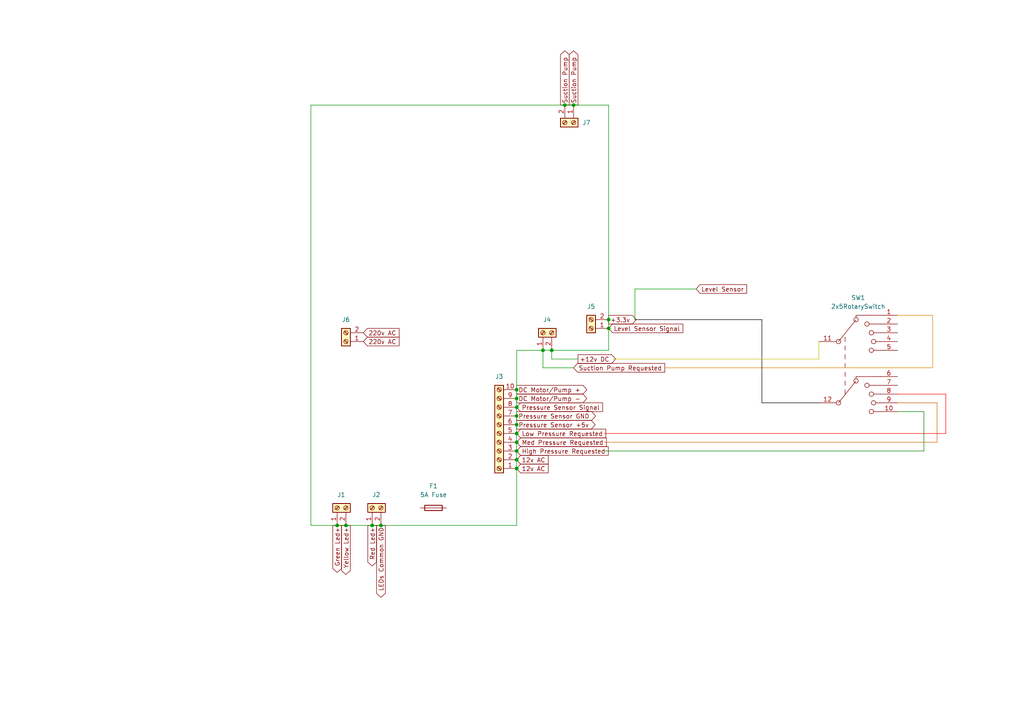
<source format=kicad_sch>
(kicad_sch (version 20211123) (generator eeschema)
  (paper "A4")
  (lib_symbols
    (symbol "2x5RotarySwitch:2x5RotarySwitch"
      (property "Reference" "SW" (at 0 20.32 0))
      (property "Value" "2x5RotarySwitch" (at 0 17.78 0))
      (symbol "2x5RotarySwitch_0_0"
        (circle (center -8.255 -11.43) (radius 0.635))
        (circle (center -8.255 6.35) (radius 0.635))
        (circle (center -3.175 -5.08) (radius 0.635))
        (circle (center -3.175 12.7) (radius 0.635))
        (circle (center 0 -6.35) (radius 0.635))
        (polyline (pts (xy -8.255 -11.43) (xy -3.175 -5.08)))
        (polyline (pts (xy -8.255 6.35) (xy -3.175 12.7)))
        (polyline (pts (xy -6.35 -8.89) (xy -6.35 -7.62)))
        (polyline (pts (xy -6.35 -6.35) (xy -6.35 -5.08)))
        (polyline (pts (xy -6.35 -3.81) (xy -6.35 -2.54)))
        (polyline (pts (xy -6.35 -1.27) (xy -6.35 0)))
        (polyline (pts (xy -6.35 1.27) (xy -6.35 2.54)))
        (polyline (pts (xy -6.35 3.81) (xy -6.35 5.08)))
        (polyline (pts (xy -6.35 6.35) (xy -6.35 7.62)))
        (polyline (pts (xy 0.635 -6.35) (xy 3.81 -6.35)))
        (polyline (pts (xy 0.635 11.43) (xy 3.81 11.43)))
        (polyline (pts (xy 1.905 -13.97) (xy 3.81 -13.97)))
        (polyline (pts (xy 1.905 -8.89) (xy 3.81 -8.89)))
        (polyline (pts (xy 1.905 3.81) (xy 3.81 3.81)))
        (polyline (pts (xy 1.905 8.89) (xy 3.81 8.89)))
        (polyline (pts (xy 2.54 -11.43) (xy 3.81 -11.43)))
        (polyline (pts (xy 2.54 6.35) (xy 3.81 6.35)))
        (polyline (pts (xy -3.175 -4.445) (xy -3.175 -3.81) (xy 3.81 -3.81)))
        (polyline (pts (xy -3.175 13.335) (xy -3.175 13.97) (xy 3.81 13.97)))
        (circle (center 0 11.43) (radius 0.635))
        (circle (center 1.27 -13.97) (radius 0.635))
        (circle (center 1.27 -8.89) (radius 0.635))
        (circle (center 1.27 3.81) (radius 0.635))
        (circle (center 1.27 8.89) (radius 0.635))
        (circle (center 1.905 -11.43) (radius 0.635))
        (circle (center 1.905 6.35) (radius 0.635))
      )
      (symbol "2x5RotarySwitch_0_1"
        (pin passive line (at 8.89 13.97 180) (length 5.08) (name "") (number "1"))
        (pin passive line (at 8.89 -13.97 180) (length 5.08) (name "") (number "10"))
        (pin passive line (at -13.97 6.35 0) (length 5.08) (name "") (number "11"))
        (pin passive line (at -13.97 -11.43 0) (length 5.08) (name "") (number "12"))
        (pin passive line (at 8.89 11.43 180) (length 5.08) (name "") (number "2"))
        (pin passive line (at 8.89 8.89 180) (length 5.08) (name "") (number "3"))
        (pin passive line (at 8.89 6.35 180) (length 5.08) (name "") (number "4"))
        (pin passive line (at 8.89 3.81 180) (length 5.08) (name "") (number "5"))
        (pin passive line (at 8.89 -3.81 180) (length 5.08) (name "") (number "6"))
        (pin passive line (at 8.89 -6.35 180) (length 5.08) (name "") (number "7"))
        (pin passive line (at 8.89 -8.89 180) (length 5.08) (name "") (number "8"))
        (pin passive line (at 8.89 -11.43 180) (length 5.08) (name "") (number "9"))
      )
    )
    (symbol "Connector:Screw_Terminal_01x02" (pin_names (offset 1.016) hide)
      (property "Reference" "J" (at 0 2.54 0))
      (property "Value" "Screw_Terminal_01x02" (at 0 -5.08 0))
      (symbol "Screw_Terminal_01x02_1_1"
        (rectangle (start -1.27 1.27) (end 1.27 -3.81) (stroke (width 0.254)) (fill (type background)))
        (circle (center 0 -2.54) (radius 0.635) (stroke (width 0.1524)))
        (polyline (pts (xy -0.5334 -2.2098) (xy 0.3302 -3.048)) (stroke (width 0.1524)))
        (polyline (pts (xy -0.5334 0.3302) (xy 0.3302 -0.508)) (stroke (width 0.1524)))
        (polyline (pts (xy -0.3556 -2.032) (xy 0.508 -2.8702)) (stroke (width 0.1524)))
        (polyline (pts (xy -0.3556 0.508) (xy 0.508 -0.3302)) (stroke (width 0.1524)))
        (circle (center 0 0) (radius 0.635) (stroke (width 0.1524)))
        (pin passive line (at -5.08 0 0) (length 3.81) (name "Pin_1") (number "1"))
        (pin passive line (at -5.08 -2.54 0) (length 3.81) (name "Pin_2") (number "2"))
      )
    )
    (symbol "Connector:Screw_Terminal_01x10" (pin_names (offset 1.016) hide)
      (property "Reference" "J" (at 0 12.7 0))
      (property "Value" "Screw_Terminal_01x10" (at 0 -15.24 0))
      (symbol "Screw_Terminal_01x10_1_1"
        (rectangle (start -1.27 11.43) (end 1.27 -13.97) (stroke (width 0.254)) (fill (type background)))
        (circle (center 0 -12.7) (radius 0.635) (stroke (width 0.1524)))
        (circle (center 0 -10.16) (radius 0.635) (stroke (width 0.1524)))
        (circle (center 0 -7.62) (radius 0.635) (stroke (width 0.1524)))
        (circle (center 0 -5.08) (radius 0.635) (stroke (width 0.1524)))
        (circle (center 0 -2.54) (radius 0.635) (stroke (width 0.1524)))
        (polyline (pts (xy -0.5334 -12.3698) (xy 0.3302 -13.208)) (stroke (width 0.1524)))
        (polyline (pts (xy -0.5334 -9.8298) (xy 0.3302 -10.668)) (stroke (width 0.1524)))
        (polyline (pts (xy -0.5334 -7.2898) (xy 0.3302 -8.128)) (stroke (width 0.1524)))
        (polyline (pts (xy -0.5334 -4.7498) (xy 0.3302 -5.588)) (stroke (width 0.1524)))
        (polyline (pts (xy -0.5334 -2.2098) (xy 0.3302 -3.048)) (stroke (width 0.1524)))
        (polyline (pts (xy -0.5334 0.3302) (xy 0.3302 -0.508)) (stroke (width 0.1524)))
        (polyline (pts (xy -0.5334 2.8702) (xy 0.3302 2.032)) (stroke (width 0.1524)))
        (polyline (pts (xy -0.5334 5.4102) (xy 0.3302 4.572)) (stroke (width 0.1524)))
        (polyline (pts (xy -0.5334 7.9502) (xy 0.3302 7.112)) (stroke (width 0.1524)))
        (polyline (pts (xy -0.5334 10.4902) (xy 0.3302 9.652)) (stroke (width 0.1524)))
        (polyline (pts (xy -0.3556 -12.192) (xy 0.508 -13.0302)) (stroke (width 0.1524)))
        (polyline (pts (xy -0.3556 -9.652) (xy 0.508 -10.4902)) (stroke (width 0.1524)))
        (polyline (pts (xy -0.3556 -7.112) (xy 0.508 -7.9502)) (stroke (width 0.1524)))
        (polyline (pts (xy -0.3556 -4.572) (xy 0.508 -5.4102)) (stroke (width 0.1524)))
        (polyline (pts (xy -0.3556 -2.032) (xy 0.508 -2.8702)) (stroke (width 0.1524)))
        (polyline (pts (xy -0.3556 0.508) (xy 0.508 -0.3302)) (stroke (width 0.1524)))
        (polyline (pts (xy -0.3556 3.048) (xy 0.508 2.2098)) (stroke (width 0.1524)))
        (polyline (pts (xy -0.3556 5.588) (xy 0.508 4.7498)) (stroke (width 0.1524)))
        (polyline (pts (xy -0.3556 8.128) (xy 0.508 7.2898)) (stroke (width 0.1524)))
        (polyline (pts (xy -0.3556 10.668) (xy 0.508 9.8298)) (stroke (width 0.1524)))
        (circle (center 0 0) (radius 0.635) (stroke (width 0.1524)))
        (circle (center 0 2.54) (radius 0.635) (stroke (width 0.1524)))
        (circle (center 0 5.08) (radius 0.635) (stroke (width 0.1524)))
        (circle (center 0 7.62) (radius 0.635) (stroke (width 0.1524)))
        (circle (center 0 10.16) (radius 0.635) (stroke (width 0.1524)))
        (pin passive line (at -5.08 10.16 0) (length 3.81) (name "Pin_1") (number "1"))
        (pin passive line (at -5.08 -12.7 0) (length 3.81) (name "Pin_10") (number "10"))
        (pin passive line (at -5.08 7.62 0) (length 3.81) (name "Pin_2") (number "2"))
        (pin passive line (at -5.08 5.08 0) (length 3.81) (name "Pin_3") (number "3"))
        (pin passive line (at -5.08 2.54 0) (length 3.81) (name "Pin_4") (number "4"))
        (pin passive line (at -5.08 0 0) (length 3.81) (name "Pin_5") (number "5"))
        (pin passive line (at -5.08 -2.54 0) (length 3.81) (name "Pin_6") (number "6"))
        (pin passive line (at -5.08 -5.08 0) (length 3.81) (name "Pin_7") (number "7"))
        (pin passive line (at -5.08 -7.62 0) (length 3.81) (name "Pin_8") (number "8"))
        (pin passive line (at -5.08 -10.16 0) (length 3.81) (name "Pin_9") (number "9"))
      )
    )
    (symbol "Device:Fuse" (pin_numbers hide) (pin_names (offset 0))
      (property "Reference" "F" (at 2.032 0 90))
      (property "Value" "Fuse" (at -1.905 0 90))
      (symbol "Fuse_0_1"
        (rectangle (start -0.762 -2.54) (end 0.762 2.54) (stroke (width 0.254)))
        (polyline (pts (xy 0 2.54) (xy 0 -2.54)))
      )
      (symbol "Fuse_1_1"
        (pin passive line (at 0 3.81 270) (length 1.27) (name "~") (number "1"))
        (pin passive line (at 0 -3.81 90) (length 1.27) (name "~") (number "2"))
      )
    )
  )
  (junction (at 110.49 152.4))
  (junction (at 107.95 152.4))
  (junction (at 149.86 125.73))
  (junction (at 149.86 130.81))
  (junction (at 149.86 118.11))
  (junction (at 149.86 135.89))
  (junction (at 160.02 101.6))
  (junction (at 149.86 123.19))
  (junction (at 97.79 152.4))
  (junction (at 149.86 128.27))
  (junction (at 166.37 30.48))
  (junction (at 176.53 95.25))
  (junction (at 176.53 92.71))
  (junction (at 163.83 30.48))
  (junction (at 100.33 152.4))
  (junction (at 149.86 120.65))
  (junction (at 149.86 115.57))
  (junction (at 157.48 101.6))
  (junction (at 149.86 133.35))
  (junction (at 149.86 113.03))
  (wire (pts (xy 90.17 152.4) (xy 97.79 152.4)))
  (wire (pts (xy 149.86 130.81) (xy 149.86 128.27)))
  (wire (pts (xy 176.53 92.71) (xy 176.53 95.25)))
  (wire (pts (xy 184.15 83.82) (xy 184.15 92.71)))
  (wire (pts (xy 260.35 114.3) (xy 274.32 114.3)) (stroke (width 0) (color 255 0 0 1)))
  (wire (pts (xy 176.53 101.6) (xy 176.53 95.25)))
  (wire (pts (xy 90.17 30.48) (xy 90.17 152.4)))
  (wire (pts (xy 175.26 130.81) (xy 267.97 130.81)) (stroke (width 0) (color 0 132 0 1)))
  (wire (pts (xy 184.15 92.71) (xy 220.98 92.71)) (stroke (width 0) (color 0 0 0 1)))
  (wire (pts (xy 157.48 106.68) (xy 157.48 101.6)))
  (wire (pts (xy 110.49 152.4) (xy 149.86 152.4)))
  (wire (pts (xy 270.51 91.44) (xy 270.51 106.68)) (stroke (width 0) (color 221 133 0 1)))
  (wire (pts (xy 149.86 128.27) (xy 149.86 125.73)))
  (wire (pts (xy 260.35 91.44) (xy 270.51 91.44)) (stroke (width 0) (color 221 133 0 1)))
  (wire (pts (xy 175.26 128.27) (xy 271.78 128.27)) (stroke (width 0) (color 204 102 0 1)))
  (wire (pts (xy 90.17 30.48) (xy 163.83 30.48)))
  (wire (pts (xy 149.86 120.65) (xy 149.86 118.11)))
  (wire (pts (xy 100.33 152.4) (xy 107.95 152.4)))
  (wire (pts (xy 97.79 152.4) (xy 100.33 152.4)))
  (wire (pts (xy 149.86 115.57) (xy 149.86 113.03)))
  (wire (pts (xy 237.49 99.06) (xy 237.49 104.14)) (stroke (width 0) (color 194 194 0 1)))
  (wire (pts (xy 274.32 114.3) (xy 274.32 125.73)) (stroke (width 0) (color 255 0 0 1)))
  (wire (pts (xy 175.26 125.73) (xy 274.32 125.73)) (stroke (width 0) (color 255 0 0 1)))
  (wire (pts (xy 149.86 101.6) (xy 157.48 101.6)))
  (wire (pts (xy 149.86 133.35) (xy 149.86 130.81)))
  (wire (pts (xy 201.93 83.82) (xy 184.15 83.82)))
  (wire (pts (xy 260.35 119.38) (xy 267.97 119.38)) (stroke (width 0) (color 0 132 0 1)))
  (wire (pts (xy 220.98 92.71) (xy 220.98 116.84)) (stroke (width 0) (color 0 0 0 1)))
  (wire (pts (xy 149.86 125.73) (xy 149.86 123.19)))
  (wire (pts (xy 160.02 104.14) (xy 160.02 101.6)))
  (wire (pts (xy 149.86 118.11) (xy 149.86 115.57)))
  (wire (pts (xy 271.78 116.84) (xy 271.78 128.27)) (stroke (width 0) (color 204 102 0 1)))
  (wire (pts (xy 157.48 101.6) (xy 160.02 101.6)))
  (wire (pts (xy 160.02 101.6) (xy 176.53 101.6)))
  (wire (pts (xy 220.98 116.84) (xy 237.49 116.84)) (stroke (width 0) (color 0 0 0 1)))
  (wire (pts (xy 176.53 92.71) (xy 176.53 30.48)))
  (wire (pts (xy 107.95 152.4) (xy 110.49 152.4)))
  (wire (pts (xy 260.35 116.84) (xy 271.78 116.84)) (stroke (width 0) (color 204 102 0 1)))
  (wire (pts (xy 149.86 135.89) (xy 149.86 133.35)))
  (wire (pts (xy 267.97 119.38) (xy 267.97 130.81)) (stroke (width 0) (color 0 132 0 1)))
  (wire (pts (xy 166.37 106.68) (xy 157.48 106.68)))
  (wire (pts (xy 149.86 113.03) (xy 149.86 101.6)))
  (wire (pts (xy 167.64 104.14) (xy 160.02 104.14)))
  (wire (pts (xy 163.83 30.48) (xy 166.37 30.48)))
  (wire (pts (xy 166.37 30.48) (xy 176.53 30.48)))
  (wire (pts (xy 149.86 152.4) (xy 149.86 135.89)))
  (wire (pts (xy 149.86 123.19) (xy 149.86 120.65)))
  (wire (pts (xy 193.04 106.68) (xy 270.51 106.68)) (stroke (width 0) (color 221 133 0 1)))
  (wire (pts (xy 177.8 104.14) (xy 237.49 104.14)) (stroke (width 0) (color 194 194 0 1)))
  (global_label "Level Sensor Signal" (shape input) (at 176.53 95.25 0) (property "Intersheet References" "${INTERSHEET_REFS}" (effects hide)))
  (global_label "+12v DC" (shape output) (at 167.64 104.14 0) (property "Intersheet References" "${INTERSHEET_REFS}" (effects hide)))
  (global_label "High Pressure Requested" (shape input) (at 149.86 130.81 0) (property "Intersheet References" "${INTERSHEET_REFS}" (effects hide)))
  (global_label "DC Motor{slash}Pump +" (shape output) (at 149.86 113.03 0) (property "Intersheet References" "${INTERSHEET_REFS}" (effects hide)))
  (global_label "Yellow Led+" (shape output) (at 100.33 152.4 270) (property "Intersheet References" "${INTERSHEET_REFS}" (effects hide)))
  (global_label "Suction Pump" (shape output) (at 166.37 30.48 90) (property "Intersheet References" "${INTERSHEET_REFS}" (effects hide)))
  (global_label "Suction Pump" (shape output) (at 163.83 30.48 90) (property "Intersheet References" "${INTERSHEET_REFS}" (effects hide)))
  (global_label "Suction Pump Requested" (shape input) (at 166.37 106.68 0) (property "Intersheet References" "${INTERSHEET_REFS}" (effects hide)))
  (global_label "DC Motor{slash}Pump -" (shape output) (at 149.86 115.57 0) (property "Intersheet References" "${INTERSHEET_REFS}" (effects hide)))
  (global_label "Med Pressure Requested" (shape input) (at 149.86 128.27 0) (property "Intersheet References" "${INTERSHEET_REFS}" (effects hide)))
  (global_label "Low Pressure Requested" (shape input) (at 149.86 125.73 0) (property "Intersheet References" "${INTERSHEET_REFS}" (effects hide)))
  (global_label "220v AC" (shape input) (at 105.41 99.06 0) (property "Intersheet References" "${INTERSHEET_REFS}" (effects hide)))
  (global_label "Green Led+" (shape output) (at 97.79 152.4 270) (property "Intersheet References" "${INTERSHEET_REFS}" (effects hide)))
  (global_label "220v AC" (shape input) (at 105.41 96.52 0) (property "Intersheet References" "${INTERSHEET_REFS}" (effects hide)))
  (global_label "12v AC" (shape input) (at 149.86 133.35 0) (property "Intersheet References" "${INTERSHEET_REFS}" (effects hide)))
  (global_label "Pressure Sensor +5v" (shape output) (at 149.86 123.19 0) (property "Intersheet References" "${INTERSHEET_REFS}" (effects hide)))
  (global_label "12v AC" (shape input) (at 149.86 135.89 0) (property "Intersheet References" "${INTERSHEET_REFS}" (effects hide)))
  (global_label "LEDs Common GND" (shape output) (at 110.49 152.4 270) (property "Intersheet References" "${INTERSHEET_REFS}" (effects hide)))
  (global_label "+3.3v" (shape output) (at 176.53 92.71 0) (property "Intersheet References" "${INTERSHEET_REFS}" (effects hide)))
  (global_label "Pressure Sensor GND" (shape output) (at 149.86 120.65 0) (property "Intersheet References" "${INTERSHEET_REFS}" (effects hide)))
  (global_label "Red Led+" (shape output) (at 107.95 152.4 270) (property "Intersheet References" "${INTERSHEET_REFS}" (effects hide)))
  (global_label "Pressure Sensor Signal" (shape input) (at 149.86 118.11 0) (property "Intersheet References" "${INTERSHEET_REFS}" (effects hide)))
  (global_label "Level Sensor" (shape input) (at 201.93 83.82 0) (property "Intersheet References" "${INTERSHEET_REFS}" (effects hide)))
  (symbol (lib_id "Connector:Screw_Terminal_01x02") (at 157.48 96.52 90) (unit 1)
    (property "Reference" "J4" (at 157.48 92.71 90) (effects (justify right)))
    (property "Value" "Screw_Terminal_01x02" (effects hide))
  )
  (symbol (lib_id "Connector:Screw_Terminal_01x02") (at 100.33 99.06 180) (unit 1)
    (property "Reference" "J6" (at 100.33 92.71 0))
    (property "Value" "Screw_Terminal_01x02" (effects hide))
  )
  (symbol (lib_id "Connector:Screw_Terminal_01x02") (at 171.45 95.25 180) (unit 1)
    (property "Reference" "J5" (at 171.45 88.9 0))
    (property "Value" "Screw_Terminal_01x02" (effects hide))
  )
  (symbol (lib_id "Connector:Screw_Terminal_01x02") (at 97.79 147.32 90) (unit 1)
    (property "Reference" "J1" (at 97.79 143.51 90) (effects (justify right)))
    (property "Value" "Screw_Terminal_01x02" (effects hide))
  )
  (symbol (lib_id "Connector:Screw_Terminal_01x10") (at 144.78 125.73 180) (unit 1)
    (property "Reference" "J3" (at 144.78 109.22 0))
    (property "Value" "Screw_Terminal_01x10" (effects hide))
  )
  (symbol (lib_id "Connector:Screw_Terminal_01x02") (at 166.37 35.56 270) (unit 1)
    (property "Reference" "J7" (at 168.91 35.5599 90) (effects (justify left)))
    (property "Value" "Screw_Terminal_01x02" (effects hide))
  )
  (symbol (lib_id "Device:Fuse") (at 125.73 147.32 90) (unit 1)
    (property "Reference" "F1" (at 125.73 140.97 90))
    (property "Value" "5A Fuse" (at 125.73 143.51 90))
  )
  (symbol (lib_id "2x5RotarySwitch:2x5RotarySwitch") (at 251.46 105.41 0) (unit 1)
    (property "Reference" "SW1" (at 248.92 86.36 0))
    (property "Value" "2x5RotarySwitch" (at 248.92 88.9 0))
  )
  (symbol (lib_id "Connector:Screw_Terminal_01x02") (at 107.95 147.32 90) (unit 1)
    (property "Reference" "J2" (at 107.95 143.51 90) (effects (justify right)))
    (property "Value" "Screw_Terminal_01x02" (effects hide))
  )
)
</source>
